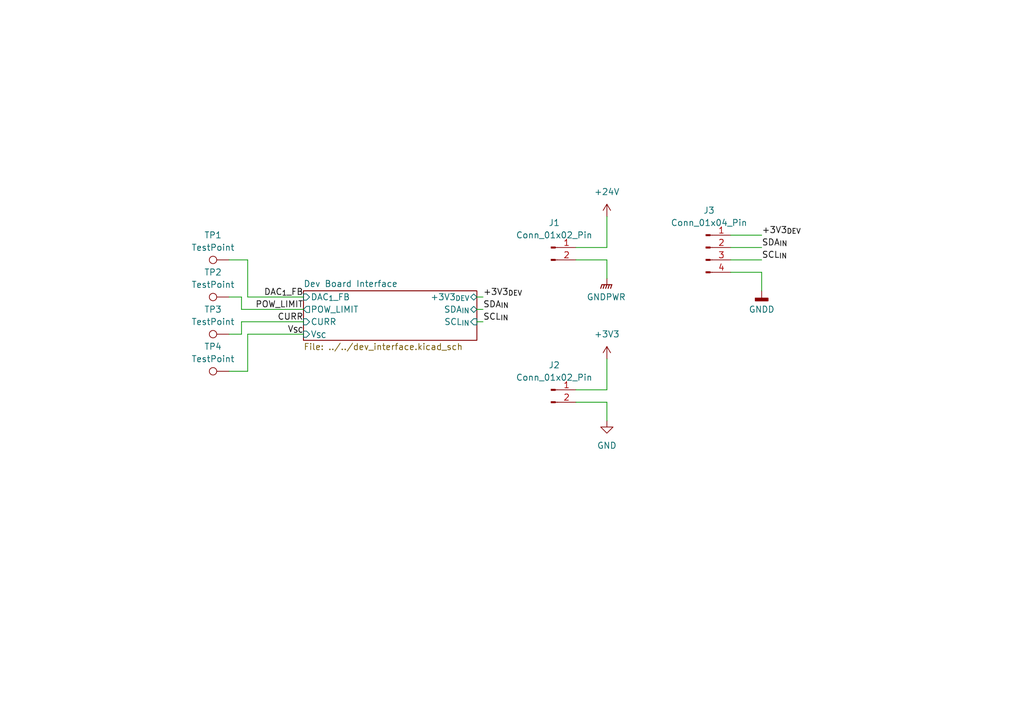
<source format=kicad_sch>
(kicad_sch (version 20250114) (generator "eeschema") (generator_version "9.0")
  (paper "A5")
  (lib_symbols
    (symbol "Connector:Conn_01x02_Pin" (pin_names (offset 1.016) (hide yes))
      (property "Reference" "J" (at 0 2.54 0))
      (property "Value" "Conn_01x02_Pin" (at 0 -5.08 0))
      (symbol "Conn_01x02_Pin_1_1"
        (rectangle (start 0.8636 0.127) (end 0 -0.127) (stroke (width 0.1524)) (fill (type outline)))
        (rectangle (start 0.8636 -2.413) (end 0 -2.667) (stroke (width 0.1524)) (fill (type outline)))
        (polyline (pts (xy 1.27 0) (xy 0.8636 0)) (stroke (width 0.1524)))
        (polyline (pts (xy 1.27 -2.54) (xy 0.8636 -2.54)) (stroke (width 0.1524)))
        (pin passive line (at 5.08 0 180) (length 3.81) (name "Pin_1") (number "1"))
        (pin passive line (at 5.08 -2.54 180) (length 3.81) (name "Pin_2") (number "2"))
      )
    )
    (symbol "Connector:Conn_01x04_Pin" (pin_names (offset 1.016) (hide yes))
      (property "Reference" "J" (at 0 5.08 0))
      (property "Value" "Conn_01x04_Pin" (at 0 -7.62 0))
      (symbol "Conn_01x04_Pin_1_1"
        (rectangle (start 0.8636 2.667) (end 0 2.413) (stroke (width 0.1524)) (fill (type outline)))
        (rectangle (start 0.8636 0.127) (end 0 -0.127) (stroke (width 0.1524)) (fill (type outline)))
        (rectangle (start 0.8636 -2.413) (end 0 -2.667) (stroke (width 0.1524)) (fill (type outline)))
        (rectangle (start 0.8636 -4.953) (end 0 -5.207) (stroke (width 0.1524)) (fill (type outline)))
        (polyline (pts (xy 1.27 2.54) (xy 0.8636 2.54)) (stroke (width 0.1524)))
        (polyline (pts (xy 1.27 0) (xy 0.8636 0)) (stroke (width 0.1524)))
        (polyline (pts (xy 1.27 -2.54) (xy 0.8636 -2.54)) (stroke (width 0.1524)))
        (polyline (pts (xy 1.27 -5.08) (xy 0.8636 -5.08)) (stroke (width 0.1524)))
        (pin passive line (at 5.08 2.54 180) (length 3.81) (name "Pin_1") (number "1"))
        (pin passive line (at 5.08 0 180) (length 3.81) (name "Pin_2") (number "2"))
        (pin passive line (at 5.08 -2.54 180) (length 3.81) (name "Pin_3") (number "3"))
        (pin passive line (at 5.08 -5.08 180) (length 3.81) (name "Pin_4") (number "4"))
      )
    )
    (symbol "Connector:TestPoint" (pin_numbers (hide yes)) (pin_names (offset 0.762) (hide yes))
      (property "Reference" "TP" (at 0 6.858 0))
      (property "Value" "TestPoint" (at 0 5.08 0))
      (symbol "TestPoint_0_1"
        (circle (center 0 3.302) (radius 0.762))
      )
      (symbol "TestPoint_1_1"
        (pin passive line (at 0 0 90) (length 2.54) (name "1") (number "1"))
      )
    )
    (symbol "power:+24V" (power) (pin_numbers (hide yes)) (pin_names (offset 0) (hide yes))
      (property "Value" "+24V" (at 0 3.556 0))
      (symbol "+24V_0_1"
        (polyline (pts (xy -0.762 1.27) (xy 0 2.54)))
        (polyline (pts (xy 0 2.54) (xy 0.762 1.27)))
        (polyline (pts (xy 0 0) (xy 0 2.54)))
      )
      (symbol "+24V_1_1"
        (pin power_in line (at 0 0 90) (length 0) (name "~") (number "1"))
      )
    )
    (symbol "power:+3V3" (power) (pin_numbers (hide yes)) (pin_names (offset 0) (hide yes))
      (property "Value" "+3V3" (at 0 3.556 0))
      (symbol "+3V3_0_1"
        (polyline (pts (xy -0.762 1.27) (xy 0 2.54)))
        (polyline (pts (xy 0 2.54) (xy 0.762 1.27)))
        (polyline (pts (xy 0 0) (xy 0 2.54)))
      )
      (symbol "+3V3_1_1"
        (pin power_in line (at 0 0 90) (length 0) (name "~") (number "1"))
      )
    )
    (symbol "power:GND" (power) (pin_numbers (hide yes)) (pin_names (offset 0) (hide yes))
      (property "Value" "GND" (at 0 -3.81 0))
      (symbol "GND_0_1"
        (polyline (pts (xy 0 0) (xy 0 -1.27) (xy 1.27 -1.27) (xy 0 -2.54) (xy -1.27 -1.27) (xy 0 -1.27)))
      )
      (symbol "GND_1_1"
        (pin power_in line (at 0 0 270) (length 0) (name "~") (number "1"))
      )
    )
    (symbol "power:GNDD" (power) (pin_numbers (hide yes)) (pin_names (offset 0) (hide yes))
      (property "Value" "GNDD" (at 0 -3.175 0))
      (symbol "GNDD_0_1"
        (rectangle (start -1.27 -1.524) (end 1.27 -2.032) (stroke (width 0.254)) (fill (type outline)))
        (polyline (pts (xy 0 0) (xy 0 -1.524)))
      )
      (symbol "GNDD_1_1"
        (pin power_in line (at 0 0 270) (length 0) (name "~") (number "1"))
      )
    )
    (symbol "power:GNDPWR" (power) (pin_numbers (hide yes)) (pin_names (offset 0) (hide yes))
      (property "Value" "GNDPWR" (at 0 -3.302 0))
      (symbol "GNDPWR_0_1"
        (polyline (pts (xy -1.016 -1.27) (xy -1.27 -2.032) (xy -1.27 -2.032)) (stroke (width 0.2032)))
        (polyline (pts (xy -0.508 -1.27) (xy -0.762 -2.032) (xy -0.762 -2.032)) (stroke (width 0.2032)))
        (polyline (pts (xy 0 -1.27) (xy 0 0)))
        (polyline (pts (xy 0 -1.27) (xy -0.254 -2.032) (xy -0.254 -2.032)) (stroke (width 0.2032)))
        (polyline (pts (xy 0.508 -1.27) (xy 0.254 -2.032) (xy 0.254 -2.032)) (stroke (width 0.2032)))
        (polyline (pts (xy 1.016 -1.27) (xy -1.016 -1.27) (xy -1.016 -1.27)) (stroke (width 0.2032)))
        (polyline (pts (xy 1.016 -1.27) (xy 0.762 -2.032) (xy 0.762 -2.032) (xy 0.762 -2.032)) (stroke (width 0.2032)))
      )
      (symbol "GNDPWR_1_1"
        (pin power_in line (at 0 0 270) (length 0) (name "~") (number "1"))
      )
    )
  )
  (wire (pts (xy 124.46 50.8) (xy 118.11 50.8)))
  (wire (pts (xy 50.8 68.58) (xy 62.23 68.58)))
  (wire (pts (xy 50.8 60.96) (xy 62.23 60.96)))
  (wire (pts (xy 46.99 53.34) (xy 50.8 53.34)))
  (wire (pts (xy 49.53 60.96) (xy 49.53 63.5)))
  (wire (pts (xy 124.46 73.66) (xy 124.46 80.01)))
  (wire (pts (xy 118.11 53.34) (xy 124.46 53.34)))
  (wire (pts (xy 124.46 53.34) (xy 124.46 57.15)))
  (wire (pts (xy 49.53 68.58) (xy 46.99 68.58)))
  (wire (pts (xy 124.46 44.45) (xy 124.46 50.8)))
  (wire (pts (xy 124.46 82.55) (xy 124.46 86.36)))
  (wire (pts (xy 149.86 50.8) (xy 156.21 50.8)))
  (wire (pts (xy 46.99 76.2) (xy 50.8 76.2)))
  (wire (pts (xy 49.53 63.5) (xy 62.23 63.5)))
  (wire (pts (xy 118.11 82.55) (xy 124.46 82.55)))
  (wire (pts (xy 49.53 68.58) (xy 49.53 66.04)))
  (wire (pts (xy 156.21 55.88) (xy 156.21 59.69)))
  (wire (pts (xy 46.99 60.96) (xy 49.53 60.96)))
  (wire (pts (xy 124.46 80.01) (xy 118.11 80.01)))
  (wire (pts (xy 99.06 66.04) (xy 97.79 66.04)))
  (wire (pts (xy 97.79 63.5) (xy 99.06 63.5)))
  (wire (pts (xy 50.8 53.34) (xy 50.8 60.96)))
  (wire (pts (xy 149.86 48.26) (xy 156.21 48.26)))
  (wire (pts (xy 97.79 60.96) (xy 99.06 60.96)))
  (wire (pts (xy 50.8 76.2) (xy 50.8 68.58)))
  (wire (pts (xy 49.53 66.04) (xy 62.23 66.04)))
  (wire (pts (xy 149.86 53.34) (xy 156.21 53.34)))
  (wire (pts (xy 149.86 55.88) (xy 156.21 55.88)))
  (label "+3V3_{DEV}" (at 99.06 60.96 0))
  (label "SCL_{IN}" (at 156.21 53.34 0))
  (label "DAC_{1}_FB" (at 62.23 60.96 180))
  (label "POW_LIMIT" (at 62.23 63.5 180))
  (label "SDA_{IN}" (at 156.21 50.8 0))
  (label "CURR" (at 62.23 66.04 180))
  (label "V_{SC}" (at 62.23 68.58 180))
  (label "SCL_{IN}" (at 99.06 66.04 0))
  (label "+3V3_{DEV}" (at 156.21 48.26 0))
  (label "SDA_{IN}" (at 99.06 63.5 0))
  (symbol (lib_id "Connector:Conn_01x02_Pin") (at 113.03 80.01 0) (unit 1)
    (property "Reference" "J2" (at 113.665 74.93 0))
    (property "Value" "Conn_01x02_Pin" (at 113.665 77.47 0))
    (property "Footprint" "Connector:Banana_Jack_2Pin" (effects (hide yes)))
    (property "Description" "Generic connector, single row, 01x02, script generated" (effects (hide yes)))
  )
  (symbol (lib_id "power:+24V") (at 124.46 44.45 0) (unit 1)
    (property "Reference" "#PWR02" (effects (hide yes)))
    (property "Value" "+24V" (at 124.46 39.37 0))
    (property "Description" "Power symbol creates a global label with name \"+24V\"" (effects (hide yes)))
  )
  (symbol (lib_id "Connector:TestPoint") (at 46.99 76.2 90) (unit 1)
    (property "Reference" "TP4" (at 43.688 71.12 90))
    (property "Value" "TestPoint" (at 43.688 73.66 90))
    (property "Footprint" "TestPoint:TestPoint_Bridge_Pitch2.0mm_Drill0.7mm" (effects (hide yes)))
    (property "Description" "test point" (effects (hide yes)))
  )
  (symbol (lib_id "Connector:TestPoint") (at 46.99 60.96 90) (unit 1)
    (property "Reference" "TP2" (at 43.688 55.88 90))
    (property "Value" "TestPoint" (at 43.688 58.42 90))
    (property "Footprint" "TestPoint:TestPoint_Bridge_Pitch2.0mm_Drill0.7mm" (effects (hide yes)))
    (property "Description" "test point" (effects (hide yes)))
  )
  (symbol (lib_id "power:GND") (at 124.46 86.36 0) (unit 1)
    (property "Reference" "#PWR04" (effects (hide yes)))
    (property "Value" "GND" (at 124.46 91.44 0))
    (property "Description" "Power symbol creates a global label with name \"GND\" , ground" (effects (hide yes)))
  )
  (symbol (lib_id "Connector:Conn_01x02_Pin") (at 113.03 50.8 0) (unit 1)
    (property "Reference" "J1" (at 113.665 45.72 0))
    (property "Value" "Conn_01x02_Pin" (at 113.665 48.26 0))
    (property "Footprint" "Connector:Banana_Jack_2Pin" (effects (hide yes)))
    (property "Description" "Generic connector, single row, 01x02, script generated" (effects (hide yes)))
  )
  (symbol (lib_id "Connector:TestPoint") (at 46.99 68.58 90) (unit 1)
    (property "Reference" "TP3" (at 43.688 63.5 90))
    (property "Value" "TestPoint" (at 43.688 66.04 90))
    (property "Footprint" "TestPoint:TestPoint_Bridge_Pitch2.0mm_Drill0.7mm" (effects (hide yes)))
    (property "Description" "test point" (effects (hide yes)))
  )
  (symbol (lib_id "power:GNDPWR") (at 124.46 57.15 0) (unit 1)
    (property "Reference" "#PWR01" (effects (hide yes)))
    (property "Value" "GNDPWR" (at 124.333 60.96 0))
    (property "Description" "Power symbol creates a global label with name \"GNDPWR\" , global ground" (effects (hide yes)))
  )
  (symbol (lib_id "power:+3V3") (at 124.46 73.66 0) (unit 1)
    (property "Reference" "#PWR03" (effects (hide yes)))
    (property "Value" "+3V3" (at 124.46 68.58 0))
    (property "Description" "Power symbol creates a global label with name \"+3V3\"" (effects (hide yes)))
  )
  (symbol (lib_id "power:GNDD") (at 156.21 59.69 0) (unit 1)
    (property "Reference" "#PWR05" (effects (hide yes)))
    (property "Value" "GNDD" (at 156.21 63.5 0))
    (property "Description" "Power symbol creates a global label with name \"GNDD\" , digital ground" (effects (hide yes)))
  )
  (symbol (lib_id "Connector:Conn_01x04_Pin") (at 144.78 50.8 0) (unit 1)
    (property "Reference" "J3" (at 145.415 43.18 0))
    (property "Value" "Conn_01x04_Pin" (at 145.415 45.72 0))
    (property "Footprint" "Connector_JST:JST_GH_BM04B-GHS-TBT_1x04-1MP_P1.25mm_Vertical" (effects (hide yes)))
    (property "Description" "Generic connector, single row, 01x04, script generated" (effects (hide yes)))
  )
  (symbol (lib_id "Connector:TestPoint") (at 46.99 53.34 90) (unit 1)
    (property "Reference" "TP1" (at 43.688 48.26 90))
    (property "Value" "TestPoint" (at 43.688 50.8 90))
    (property "Footprint" "TestPoint:TestPoint_Bridge_Pitch2.0mm_Drill0.7mm" (effects (hide yes)))
    (property "Description" "test point" (effects (hide yes)))
  )
  (sheet (at 62.23 59.69) (size 35.56 10.16) (stroke (width 0.1524))
    (property "Sheetname" "Dev Board Interface" (at 62.23 58.9784 0) (effects (justify left bottom)))
    (property "Sheetfile" "../../dev_interface.kicad_sch" (at 62.23 70.4346 0) (effects (justify left top)))
    (pin "POW_LIMIT" output (at 62.23 63.5 180))
    (pin "+3V3_{DEV}" bidirectional (at 97.79 60.96 0))
    (pin "CURR" input (at 62.23 66.04 180))
    (pin "SDA_{IN}" bidirectional (at 97.79 63.5 0))
    (pin "V_{SC}" input (at 62.23 68.58 180))
    (pin "SCL_{IN}" input (at 97.79 66.04 0))
    (pin "DAC_{1}_FB" input (at 62.23 60.96 180))
  )
)
</source>
